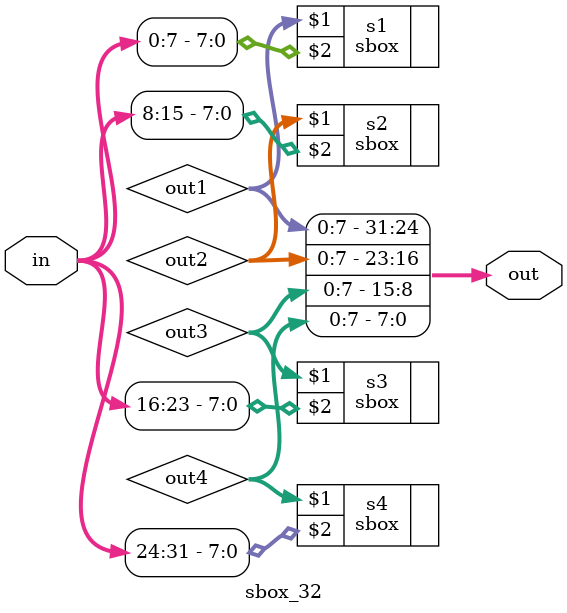
<source format=v>
module sbox_32 (output reg [0:31] out,input [0:31] in);
wire [0:7]out1;
wire [0:7]out2;
wire [0:7]out3;
wire [0:7]out4;
sbox s1(out1,in[0:7]);
sbox s2(out2,in[8:15]);
sbox s3(out3,in[16:23]);
sbox s4(out4,in[24:31]);
always @(*) begin
 out[0:7]=out1;
 out[8:15]=out2;
 out[16:23]=out3;
 out[24:31]=out4;
end

endmodule

</source>
